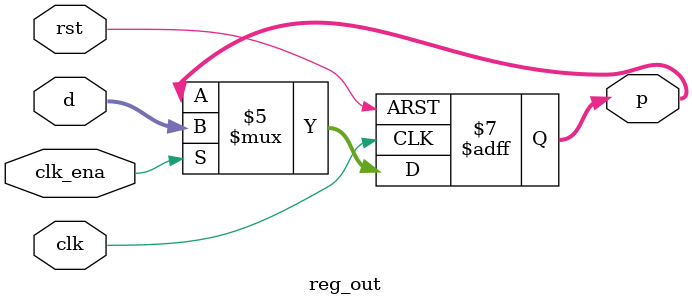
<source format=v>
module reg_out(
	input 		  clk,rst,clk_ena,
	input 	   [15:0] d,
	output reg [15:0] p
);

	always@(posedge clk or negedge rst)begin
		if(rst == 1'b0) p <= 16'h0;
		else if(clk_ena ==1'b1) p <= d;
		else p <= p;
	end

	

endmodule   

</source>
